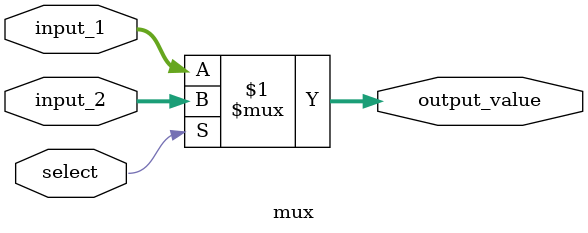
<source format=v>
module mux(input_1, input_2, select, output_value);

parameter  N=32;

input [N-1:0] input_1;
input [N-1:0] input_2;
input select;
output [N-1:0] output_value;

assign output_value=(select)? input_2: input_1;

endmodule
</source>
